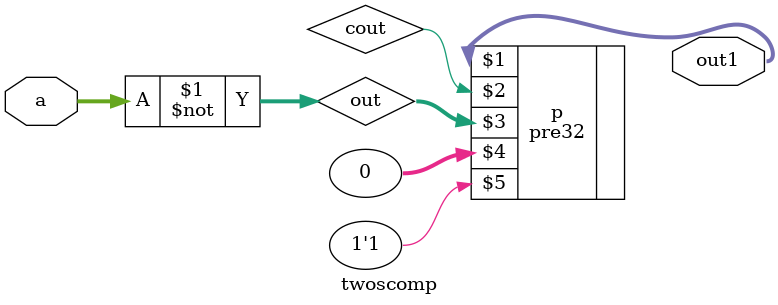
<source format=v>
module twoscomp(a,out1);

input [31:0]a;
wire [31:0]out;
output [31:0]out1;
wire cout;
//input clk;

assign out=~a;
//dff32 d1(out,clk,out1);
pre32 p(out1,cout,out,32'd0,1'b1);
endmodule
</source>
